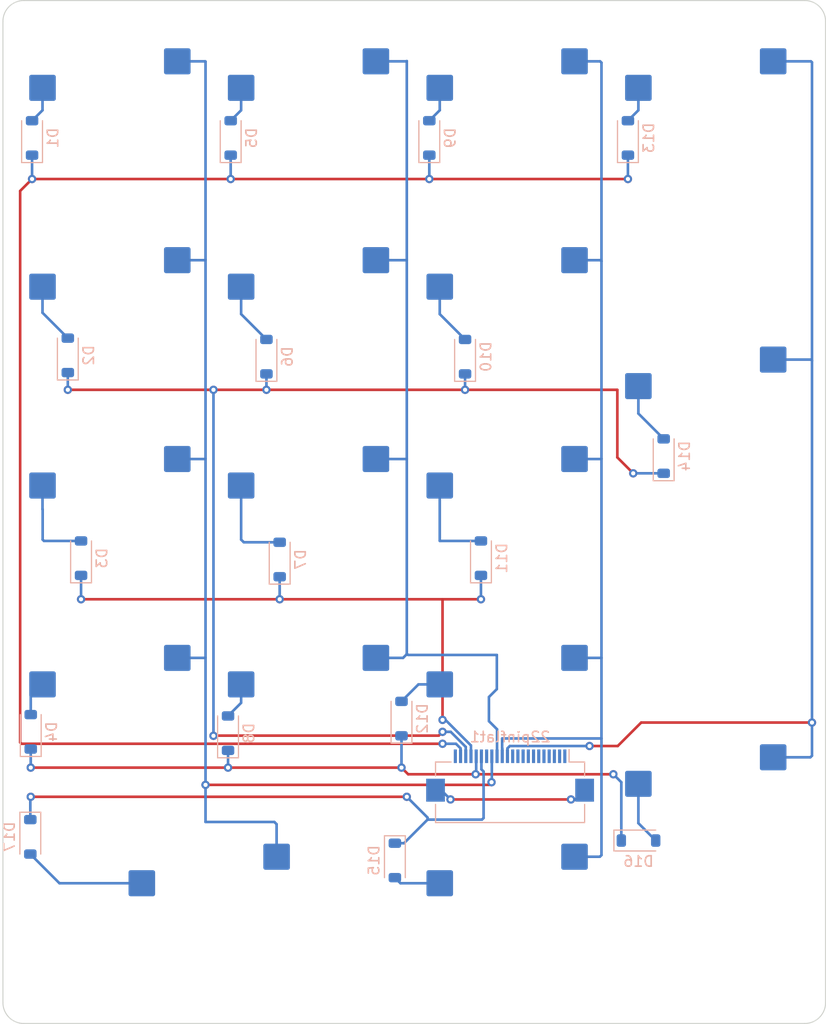
<source format=kicad_pcb>
(kicad_pcb (version 20221018) (generator pcbnew)
  (layers (0 "F.Cu" signal) (31 "B.Cu" signal) (34 "B.Paste" user) (35 "F.Paste" user) (36 "B.SilkS" user "B.Silkscreen") (37 "F.SilkS" user "F.Silkscreen") (38 "B.Mask" user) (39 "F.Mask" user) (44 "Edge.Cuts" user))
  (net 0 "")
  (net 6 "Row0")
  (net 7 "Row1")
  (net 8 "Row2")
  (net 9 "Row3")
  (net 10 "Row4")
  (net 14 "Col0")
  (net 15 "Col1")
  (net 16 "Col2")
  (net 17 "Col3")
  (net 23 "unconnected-(22pinflat1-PadMP)")
  (net 24 "Net-(D1-A)")
  (net 25 "Net-(D2-A)")
  (net 26 "Net-(D3-A)")
  (net 27 "Net-(D4-A)")
  (net 28 "Net-(D5-A)")
  (net 29 "Net-(D6-A)")
  (net 30 "Net-(D7-A)")
  (net 31 "Net-(D8-A)")
  (net 32 "Net-(D9-A)")
  (net 33 "Net-(D10-A)")
  (net 34 "Net-(D11-A)")
  (net 35 "Net-(D12-A)")
  (net 36 "Net-(D13-A)")
  (net 37 "Net-(D14-A)")
  (net 38 "Net-(D15-A)")
  (net 39 "Net-(D16-A)")
  (net 40 "Net-(D17-A)")
  (footprint "button_pcb_footprints:MX-Hotswap-1U" (layer "F.Cu") (at 125.308 114.454)
    (fp_text reference "MX6")
    (fp_text value "~")
    (pad "" np_thru_hole circle (at -5.08 0 48.099) (size 1.7018 1.7018) (drill 1.7018) (layers "F&B.Cu" "*.Mask"))
    (pad "" np_thru_hole circle (at -3.81 -2.54) (size 3 3) (drill 3) (layers "F&B.Cu" "*.Mask"))
    (pad "" np_thru_hole circle (at 0 0) (size 3.9878 3.9878) (drill 3.9878) (layers "F&B.Cu" "*.Mask"))
    (pad "" np_thru_hole circle (at 2.54 -5.08) (size 3 3) (drill 3) (layers "F&B.Cu" "*.Mask"))
    (pad "" np_thru_hole circle (at 5.08 0 48.099) (size 1.7018 1.7018) (drill 1.7018) (layers "F&B.Cu" "*.Mask"))
    (pad "1" smd roundrect (at -7.085 -2.54) (size 2.55 2.5) (layers "B.Cu" "B.Paste" "B.Mask") (roundrect_rratio 0.08) (net 34 "Net-(D11-A)"))
    (pad "2" smd roundrect (at 5.842 -5.08) (size 2.55 2.5) (layers "B.Cu" "B.Paste" "B.Mask") (roundrect_rratio 0.08) (net 16 "Col2"))
  )
  (footprint "button_pcb_footprints:MX-Hotswap-1U" (layer "F.Cu") (at 87.208 76.354)
    (fp_text reference "MX1")
    (fp_text value "~")
    (pad "" np_thru_hole circle (at -5.08 0 48.099) (size 1.7018 1.7018) (drill 1.7018) (layers "F&B.Cu" "*.Mask"))
    (pad "" np_thru_hole circle (at -3.81 -2.54) (size 3 3) (drill 3) (layers "F&B.Cu" "*.Mask"))
    (pad "" np_thru_hole circle (at 0 0) (size 3.9878 3.9878) (drill 3.9878) (layers "F&B.Cu" "*.Mask"))
    (pad "" np_thru_hole circle (at 2.54 -5.08) (size 3 3) (drill 3) (layers "F&B.Cu" "*.Mask"))
    (pad "" np_thru_hole circle (at 5.08 0 48.099) (size 1.7018 1.7018) (drill 1.7018) (layers "F&B.Cu" "*.Mask"))
    (pad "1" smd roundrect (at -7.085 -2.54) (size 2.55 2.5) (layers "B.Cu" "B.Paste" "B.Mask") (roundrect_rratio 0.08) (net 24 "Net-(D1-A)"))
    (pad "2" smd roundrect (at 5.842 -5.08) (size 2.55 2.5) (layers "B.Cu" "B.Paste" "B.Mask") (roundrect_rratio 0.08) (net 14 "Col0"))
  )
  (footprint "button_pcb_footprints:MX-Hotswap-1U" (layer "F.Cu") (at 125.308 76.354)
    (fp_text reference "MX3")
    (fp_text value "~")
    (pad "" np_thru_hole circle (at -5.08 0 48.099) (size 1.7018 1.7018) (drill 1.7018) (layers "F&B.Cu" "*.Mask"))
    (pad "" np_thru_hole circle (at -3.81 -2.54) (size 3 3) (drill 3) (layers "F&B.Cu" "*.Mask"))
    (pad "" np_thru_hole circle (at 0 0) (size 3.9878 3.9878) (drill 3.9878) (layers "F&B.Cu" "*.Mask"))
    (pad "" np_thru_hole circle (at 2.54 -5.08) (size 3 3) (drill 3) (layers "F&B.Cu" "*.Mask"))
    (pad "" np_thru_hole circle (at 5.08 0 48.099) (size 1.7018 1.7018) (drill 1.7018) (layers "F&B.Cu" "*.Mask"))
    (pad "1" smd roundrect (at -7.085 -2.54) (size 2.55 2.5) (layers "B.Cu" "B.Paste" "B.Mask") (roundrect_rratio 0.08) (net 32 "Net-(D9-A)"))
    (pad "2" smd roundrect (at 5.842 -5.08) (size 2.55 2.5) (layers "B.Cu" "B.Paste" "B.Mask") (roundrect_rratio 0.08) (net 16 "Col2"))
  )
  (footprint "button_pcb_footprints:MX-Hotswap-1U" (layer "F.Cu") (at 106.258 95.404)
    (fp_text reference "MX10")
    (fp_text value "~")
    (pad "" np_thru_hole circle (at -5.08 0 48.099) (size 1.7018 1.7018) (drill 1.7018) (layers "F&B.Cu" "*.Mask"))
    (pad "" np_thru_hole circle (at -3.81 -2.54) (size 3 3) (drill 3) (layers "F&B.Cu" "*.Mask"))
    (pad "" np_thru_hole circle (at 0 0) (size 3.9878 3.9878) (drill 3.9878) (layers "F&B.Cu" "*.Mask"))
    (pad "" np_thru_hole circle (at 2.54 -5.08) (size 3 3) (drill 3) (layers "F&B.Cu" "*.Mask"))
    (pad "" np_thru_hole circle (at 5.08 0 48.099) (size 1.7018 1.7018) (drill 1.7018) (layers "F&B.Cu" "*.Mask"))
    (pad "1" smd roundrect (at -7.085 -2.54) (size 2.55 2.5) (layers "B.Cu" "B.Paste" "B.Mask") (roundrect_rratio 0.08) (net 29 "Net-(D6-A)"))
    (pad "2" smd roundrect (at 5.842 -5.08) (size 2.55 2.5) (layers "B.Cu" "B.Paste" "B.Mask") (roundrect_rratio 0.08) (net 15 "Col1"))
  )
  (footprint "button_pcb_footprints:MX-Hotswap-1U" (layer "F.Cu") (at 106.258 114.454)
    (fp_text reference "MX11")
    (fp_text value "~")
    (pad "" np_thru_hole circle (at -5.08 0 48.099) (size 1.7018 1.7018) (drill 1.7018) (layers "F&B.Cu" "*.Mask"))
    (pad "" np_thru_hole circle (at -3.81 -2.54) (size 3 3) (drill 3) (layers "F&B.Cu" "*.Mask"))
    (pad "" np_thru_hole circle (at 0 0) (size 3.9878 3.9878) (drill 3.9878) (layers "F&B.Cu" "*.Mask"))
    (pad "" np_thru_hole circle (at 2.54 -5.08) (size 3 3) (drill 3) (layers "F&B.Cu" "*.Mask"))
    (pad "" np_thru_hole circle (at 5.08 0 48.099) (size 1.7018 1.7018) (drill 1.7018) (layers "F&B.Cu" "*.Mask"))
    (pad "1" smd roundrect (at -7.085 -2.54) (size 2.55 2.5) (layers "B.Cu" "B.Paste" "B.Mask") (roundrect_rratio 0.08) (net 30 "Net-(D7-A)"))
    (pad "2" smd roundrect (at 5.842 -5.08) (size 2.55 2.5) (layers "B.Cu" "B.Paste" "B.Mask") (roundrect_rratio 0.08) (net 15 "Col1"))
  )
  (footprint "button_pcb_footprints:MX-Hotswap-1U" (layer "F.Cu") (at 87.208 95.404)
    (fp_text reference "MX9")
    (fp_text value "~")
    (pad "" np_thru_hole circle (at -5.08 0 48.099) (size 1.7018 1.7018) (drill 1.7018) (layers "F&B.Cu" "*.Mask"))
    (pad "" np_thru_hole circle (at -3.81 -2.54) (size 3 3) (drill 3) (layers "F&B.Cu" "*.Mask"))
    (pad "" np_thru_hole circle (at 0 0) (size 3.9878 3.9878) (drill 3.9878) (layers "F&B.Cu" "*.Mask"))
    (pad "" np_thru_hole circle (at 2.54 -5.08) (size 3 3) (drill 3) (layers "F&B.Cu" "*.Mask"))
    (pad "" np_thru_hole circle (at 5.08 0 48.099) (size 1.7018 1.7018) (drill 1.7018) (layers "F&B.Cu" "*.Mask"))
    (pad "1" smd roundrect (at -7.085 -2.54) (size 2.55 2.5) (layers "B.Cu" "B.Paste" "B.Mask") (roundrect_rratio 0.08) (net 25 "Net-(D2-A)"))
    (pad "2" smd roundrect (at 5.842 -5.08) (size 2.55 2.5) (layers "B.Cu" "B.Paste" "B.Mask") (roundrect_rratio 0.08) (net 14 "Col0"))
  )
  (footprint "button_pcb_footprints:MX-Hotswap-1U" (layer "F.Cu") (at 125.308 152.554)
    (fp_text reference "MX4")
    (fp_text value "~")
    (pad "" np_thru_hole circle (at -5.08 0 48.099) (size 1.7018 1.7018) (drill 1.7018) (layers "F&B.Cu" "*.Mask"))
    (pad "" np_thru_hole circle (at -3.81 -2.54) (size 3 3) (drill 3) (layers "F&B.Cu" "*.Mask"))
    (pad "" np_thru_hole circle (at 0 0) (size 3.9878 3.9878) (drill 3.9878) (layers "F&B.Cu" "*.Mask"))
    (pad "" np_thru_hole circle (at 2.54 -5.08) (size 3 3) (drill 3) (layers "F&B.Cu" "*.Mask"))
    (pad "" np_thru_hole circle (at 5.08 0 48.099) (size 1.7018 1.7018) (drill 1.7018) (layers "F&B.Cu" "*.Mask"))
    (pad "1" smd roundrect (at -7.085 -2.54) (size 2.55 2.5) (layers "B.Cu" "B.Paste" "B.Mask") (roundrect_rratio 0.08) (net 38 "Net-(D15-A)"))
    (pad "2" smd roundrect (at 5.842 -5.08) (size 2.55 2.5) (layers "B.Cu" "B.Paste" "B.Mask") (roundrect_rratio 0.08) (net 16 "Col2"))
  )
  (footprint "button_pcb_footprints:MX-Hotswap-2U-ReversedStabilizers" (layer "F.Cu") (at 96.733 152.554)
    (fp_text reference "MX15")
    (fp_text value "~")
    (pad "" np_thru_hole circle (at -11.938 -8.255) (size 3.9878 3.9878) (drill 3.9878) (layers "F&B.Cu" "*.Mask"))
    (pad "" np_thru_hole circle (at -11.938 6.985) (size 3.048 3.048) (drill 3.048) (layers "F&B.Cu" "*.Mask"))
    (pad "" np_thru_hole circle (at -5.08 0 48.099) (size 1.7018 1.7018) (drill 1.7018) (layers "F&B.Cu" "*.Mask"))
    (pad "" np_thru_hole circle (at -3.81 -2.54) (size 3 3) (drill 3) (layers "F&B.Cu" "*.Mask"))
    (pad "" np_thru_hole circle (at 0 0) (size 3.9878 3.9878) (drill 3.9878) (layers "F&B.Cu" "*.Mask"))
    (pad "" np_thru_hole circle (at 2.54 -5.08) (size 3 3) (drill 3) (layers "F&B.Cu" "*.Mask"))
    (pad "" np_thru_hole circle (at 5.08 0 48.099) (size 1.7018 1.7018) (drill 1.7018) (layers "F&B.Cu" "*.Mask"))
    (pad "" np_thru_hole circle (at 11.938 -8.255) (size 3.9878 3.9878) (drill 3.9878) (layers "F&B.Cu" "*.Mask"))
    (pad "" np_thru_hole circle (at 11.938 6.985) (size 3.048 3.048) (drill 3.048) (layers "F&B.Cu" "*.Mask"))
    (pad "1" smd roundrect (at -7.085 -2.54) (size 2.55 2.5) (layers "B.Cu" "B.Paste" "B.Mask") (roundrect_rratio 0.08) (net 40 "Net-(D17-A)"))
    (pad "2" smd roundrect (at 5.842 -5.08) (size 2.55 2.5) (layers "B.Cu" "B.Paste" "B.Mask") (roundrect_rratio 0.08) (net 14 "Col0"))
  )
  (footprint "button_pcb_footprints:MX-Hotswap-1U" (layer "F.Cu") (at 87.208 133.504)
    (fp_text reference "MX13")
    (fp_text value "~")
    (pad "" np_thru_hole circle (at -5.08 0 48.099) (size 1.7018 1.7018) (drill 1.7018) (layers "F&B.Cu" "*.Mask"))
    (pad "" np_thru_hole circle (at -3.81 -2.54) (size 3 3) (drill 3) (layers "F&B.Cu" "*.Mask"))
    (pad "" np_thru_hole circle (at 0 0) (size 3.9878 3.9878) (drill 3.9878) (layers "F&B.Cu" "*.Mask"))
    (pad "" np_thru_hole circle (at 2.54 -5.08) (size 3 3) (drill 3) (layers "F&B.Cu" "*.Mask"))
    (pad "" np_thru_hole circle (at 5.08 0 48.099) (size 1.7018 1.7018) (drill 1.7018) (layers "F&B.Cu" "*.Mask"))
    (pad "1" smd roundrect (at -7.085 -2.54) (size 2.55 2.5) (layers "B.Cu" "B.Paste" "B.Mask") (roundrect_rratio 0.08) (net 27 "Net-(D4-A)"))
    (pad "2" smd roundrect (at 5.842 -5.08) (size 2.55 2.5) (layers "B.Cu" "B.Paste" "B.Mask") (roundrect_rratio 0.08) (net 14 "Col0"))
  )
  (footprint "button_pcb_footprints:MX-Hotswap-1U" (layer "F.Cu") (at 125.308 95.404)
    (fp_text reference "MX7")
    (fp_text value "~")
    (pad "" np_thru_hole circle (at -5.08 0 48.099) (size 1.7018 1.7018) (drill 1.7018) (layers "F&B.Cu" "*.Mask"))
    (pad "" np_thru_hole circle (at -3.81 -2.54) (size 3 3) (drill 3) (layers "F&B.Cu" "*.Mask"))
    (pad "" np_thru_hole circle (at 0 0) (size 3.9878 3.9878) (drill 3.9878) (layers "F&B.Cu" "*.Mask"))
    (pad "" np_thru_hole circle (at 2.54 -5.08) (size 3 3) (drill 3) (layers "F&B.Cu" "*.Mask"))
    (pad "" np_thru_hole circle (at 5.08 0 48.099) (size 1.7018 1.7018) (drill 1.7018) (layers "F&B.Cu" "*.Mask"))
    (pad "1" smd roundrect (at -7.085 -2.54) (size 2.55 2.5) (layers "B.Cu" "B.Paste" "B.Mask") (roundrect_rratio 0.08) (net 33 "Net-(D10-A)"))
    (pad "2" smd roundrect (at 5.842 -5.08) (size 2.55 2.5) (layers "B.Cu" "B.Paste" "B.Mask") (roundrect_rratio 0.08) (net 16 "Col2"))
  )
  (footprint "button_pcb_footprints:MX-Hotswap-1U" (layer "F.Cu") (at 106.258 76.354)
    (fp_text reference "MX2")
    (fp_text value "~")
    (pad "" np_thru_hole circle (at -5.08 0 48.099) (size 1.7018 1.7018) (drill 1.7018) (layers "F&B.Cu" "*.Mask"))
    (pad "" np_thru_hole circle (at -3.81 -2.54) (size 3 3) (drill 3) (layers "F&B.Cu" "*.Mask"))
    (pad "" np_thru_hole circle (at 0 0) (size 3.9878 3.9878) (drill 3.9878) (layers "F&B.Cu" "*.Mask"))
    (pad "" np_thru_hole circle (at 2.54 -5.08) (size 3 3) (drill 3) (layers "F&B.Cu" "*.Mask"))
    (pad "" np_thru_hole circle (at 5.08 0 48.099) (size 1.7018 1.7018) (drill 1.7018) (layers "F&B.Cu" "*.Mask"))
    (pad "1" smd roundrect (at -7.085 -2.54) (size 2.55 2.5) (layers "B.Cu" "B.Paste" "B.Mask") (roundrect_rratio 0.08) (net 28 "Net-(D5-A)"))
    (pad "2" smd roundrect (at 5.842 -5.08) (size 2.55 2.5) (layers "B.Cu" "B.Paste" "B.Mask") (roundrect_rratio 0.08) (net 15 "Col1"))
  )
  (footprint "button_pcb_footprints:MX-Hotswap-1U" (layer "F.Cu") (at 106.258 133.504)
    (fp_text reference "MX14")
    (fp_text value "~")
    (pad "" np_thru_hole circle (at -5.08 0 48.099) (size 1.7018 1.7018) (drill 1.7018) (layers "F&B.Cu" "*.Mask"))
    (pad "" np_thru_hole circle (at -3.81 -2.54) (size 3 3) (drill 3) (layers "F&B.Cu" "*.Mask"))
    (pad "" np_thru_hole circle (at 0 0) (size 3.9878 3.9878) (drill 3.9878) (layers "F&B.Cu" "*.Mask"))
    (pad "" np_thru_hole circle (at 2.54 -5.08) (size 3 3) (drill 3) (layers "F&B.Cu" "*.Mask"))
    (pad "" np_thru_hole circle (at 5.08 0 48.099) (size 1.7018 1.7018) (drill 1.7018) (layers "F&B.Cu" "*.Mask"))
    (pad "1" smd roundrect (at -7.085 -2.54) (size 2.55 2.5) (layers "B.Cu" "B.Paste" "B.Mask") (roundrect_rratio 0.08) (net 31 "Net-(D8-A)"))
    (pad "2" smd roundrect (at 5.842 -5.08) (size 2.55 2.5) (layers "B.Cu" "B.Paste" "B.Mask") (roundrect_rratio 0.08) (net 15 "Col1"))
  )
  (footprint "button_pcb_footprints:MX-Hotswap-2U-Vertical" (layer "F.Cu") (at 144.358 104.929)
    (fp_text reference "MX17")
    (fp_text value "~")
    (pad "" np_thru_hole circle (at -8.255 -11.938) (size 3.9878 3.9878) (drill 3.9878) (layers "F&B.Cu" "*.Mask"))
    (pad "" np_thru_hole circle (at -8.255 11.938) (size 3.9878 3.9878) (drill 3.9878) (layers "F&B.Cu" "*.Mask"))
    (pad "" np_thru_hole circle (at -5.08 0 48.099) (size 1.7018 1.7018) (drill 1.7018) (layers "F&B.Cu" "*.Mask"))
    (pad "" np_thru_hole circle (at -3.81 -2.54) (size 3 3) (drill 3) (layers "F&B.Cu" "*.Mask"))
    (pad "" np_thru_hole circle (at 0 0) (size 3.9878 3.9878) (drill 3.9878) (layers "F&B.Cu" "*.Mask"))
    (pad "" np_thru_hole circle (at 2.54 -5.08) (size 3 3) (drill 3) (layers "F&B.Cu" "*.Mask"))
    (pad "" np_thru_hole circle (at 5.08 0 48.099) (size 1.7018 1.7018) (drill 1.7018) (layers "F&B.Cu" "*.Mask"))
    (pad "" np_thru_hole circle (at 6.985 -11.938) (size 3.048 3.048) (drill 3.048) (layers "F&B.Cu" "*.Mask"))
    (pad "" np_thru_hole circle (at 6.985 11.938) (size 3.048 3.048) (drill 3.048) (layers "F&B.Cu" "*.Mask"))
    (pad "1" smd roundrect (at -7.085 -2.54) (size 2.55 2.5) (layers "B.Cu" "B.Paste" "B.Mask") (roundrect_rratio 0.08) (net 37 "Net-(D14-A)"))
    (pad "2" smd roundrect (at 5.842 -5.08) (size 2.55 2.5) (layers "B.Cu" "B.Paste" "B.Mask") (roundrect_rratio 0.08) (net 17 "Col3"))
  )
  (footprint "button_pcb_footprints:MX-Hotswap-1U" (layer "F.Cu") (at 125.308 133.504)
    (fp_text reference "MX5")
    (fp_text value "~")
    (pad "" np_thru_hole circle (at -5.08 0 48.099) (size 1.7018 1.7018) (drill 1.7018) (layers "F&B.Cu" "*.Mask"))
    (pad "" np_thru_hole circle (at -3.81 -2.54) (size 3 3) (drill 3) (layers "F&B.Cu" "*.Mask"))
    (pad "" np_thru_hole circle (at 0 0) (size 3.9878 3.9878) (drill 3.9878) (layers "F&B.Cu" "*.Mask"))
    (pad "" np_thru_hole circle (at 2.54 -5.08) (size 3 3) (drill 3) (layers "F&B.Cu" "*.Mask"))
    (pad "" np_thru_hole circle (at 5.08 0 48.099) (size 1.7018 1.7018) (drill 1.7018) (layers "F&B.Cu" "*.Mask"))
    (pad "1" smd roundrect (at -7.085 -2.54) (size 2.55 2.5) (layers "B.Cu" "B.Paste" "B.Mask") (roundrect_rratio 0.08) (net 35 "Net-(D12-A)"))
    (pad "2" smd roundrect (at 5.842 -5.08) (size 2.55 2.5) (layers "B.Cu" "B.Paste" "B.Mask") (roundrect_rratio 0.08) (net 16 "Col2"))
  )
  (footprint "button_pcb_footprints:MX-Hotswap-1U" (layer "F.Cu") (at 144.358 76.354)
    (fp_text reference "MX8")
    (fp_text value "~")
    (pad "" np_thru_hole circle (at -5.08 0 48.099) (size 1.7018 1.7018) (drill 1.7018) (layers "F&B.Cu" "*.Mask"))
    (pad "" np_thru_hole circle (at -3.81 -2.54) (size 3 3) (drill 3) (layers "F&B.Cu" "*.Mask"))
    (pad "" np_thru_hole circle (at 0 0) (size 3.9878 3.9878) (drill 3.9878) (layers "F&B.Cu" "*.Mask"))
    (pad "" np_thru_hole circle (at 2.54 -5.08) (size 3 3) (drill 3) (layers "F&B.Cu" "*.Mask"))
    (pad "" np_thru_hole circle (at 5.08 0 48.099) (size 1.7018 1.7018) (drill 1.7018) (layers "F&B.Cu" "*.Mask"))
    (pad "1" smd roundrect (at -7.085 -2.54) (size 2.55 2.5) (layers "B.Cu" "B.Paste" "B.Mask") (roundrect_rratio 0.08) (net 36 "Net-(D13-A)"))
    (pad "2" smd roundrect (at 5.842 -5.08) (size 2.55 2.5) (layers "B.Cu" "B.Paste" "B.Mask") (roundrect_rratio 0.08) (net 17 "Col3"))
  )
  (footprint "button_pcb_footprints:MX-Hotswap-2U-Vertical" (layer "F.Cu") (at 144.358 143.029)
    (fp_text reference "MX16")
    (fp_text value "~")
    (pad "" np_thru_hole circle (at -8.255 -11.938) (size 3.9878 3.9878) (drill 3.9878) (layers "F&B.Cu" "*.Mask"))
    (pad "" np_thru_hole circle (at -8.255 11.938) (size 3.9878 3.9878) (drill 3.9878) (layers "F&B.Cu" "*.Mask"))
    (pad "" np_thru_hole circle (at -5.08 0 48.099) (size 1.7018 1.7018) (drill 1.7018) (layers "F&B.Cu" "*.Mask"))
    (pad "" np_thru_hole circle (at -3.81 -2.54) (size 3 3) (drill 3) (layers "F&B.Cu" "*.Mask"))
    (pad "" np_thru_hole circle (at 0 0) (size 3.9878 3.9878) (drill 3.9878) (layers "F&B.Cu" "*.Mask"))
    (pad "" np_thru_hole circle (at 2.54 -5.08) (size 3 3) (drill 3) (layers "F&B.Cu" "*.Mask"))
    (pad "" np_thru_hole circle (at 5.08 0 48.099) (size 1.7018 1.7018) (drill 1.7018) (layers "F&B.Cu" "*.Mask"))
    (pad "" np_thru_hole circle (at 6.985 -11.938) (size 3.048 3.048) (drill 3.048) (layers "F&B.Cu" "*.Mask"))
    (pad "" np_thru_hole circle (at 6.985 11.938) (size 3.048 3.048) (drill 3.048) (layers "F&B.Cu" "*.Mask"))
    (pad "1" smd roundrect (at -7.085 -2.54) (size 2.55 2.5) (layers "B.Cu" "B.Paste" "B.Mask") (roundrect_rratio 0.08) (net 39 "Net-(D16-A)"))
    (pad "2" smd roundrect (at 5.842 -5.08) (size 2.55 2.5) (layers "B.Cu" "B.Paste" "B.Mask") (roundrect_rratio 0.08) (net 17 "Col3"))
  )
  (footprint "button_pcb_footprints:MX-Hotswap-1U" (layer "F.Cu") (at 87.208 114.454)
    (fp_text reference "MX12")
    (fp_text value "~")
    (pad "" np_thru_hole circle (at -5.08 0 48.099) (size 1.7018 1.7018) (drill 1.7018) (layers "F&B.Cu" "*.Mask"))
    (pad "" np_thru_hole circle (at -3.81 -2.54) (size 3 3) (drill 3) (layers "F&B.Cu" "*.Mask"))
    (pad "" np_thru_hole circle (at 0 0) (size 3.9878 3.9878) (drill 3.9878) (layers "F&B.Cu" "*.Mask"))
    (pad "" np_thru_hole circle (at 2.54 -5.08) (size 3 3) (drill 3) (layers "F&B.Cu" "*.Mask"))
    (pad "" np_thru_hole circle (at 5.08 0 48.099) (size 1.7018 1.7018) (drill 1.7018) (layers "F&B.Cu" "*.Mask"))
    (pad "1" smd roundrect (at -7.085 -2.54) (size 2.55 2.5) (layers "B.Cu" "B.Paste" "B.Mask") (roundrect_rratio 0.08) (net 26 "Net-(D3-A)"))
    (pad "2" smd roundrect (at 5.842 -5.08) (size 2.55 2.5) (layers "B.Cu" "B.Paste" "B.Mask") (roundrect_rratio 0.08) (net 14 "Col0"))
  )
  (footprint "button_pcb_footprints:D_SOD-123" (layer "B.Cu") (at 122.174 118.872 90)
    (fp_text reference "D11" (at 0 2 90) (layer "B.SilkS") (effects (justify mirror)))
    (fp_text value "D_Small")
    (fp_line (start -2.36 -1) (end 1.65 -1) (stroke (width 0.12)) (layer "B.SilkS"))
    (fp_line (start -2.36 1) (end -2.36 -1) (stroke (width 0.12)) (layer "B.SilkS"))
    (fp_line (start -2.36 1) (end 1.65 1) (stroke (width 0.12)) (layer "B.SilkS"))
    (pad "1" smd roundrect (at -1.65 0 270) (size 0.9 1.2) (layers "B.Cu" "B.Paste" "B.Mask") (net 8 "Row2"))
    (pad "2" smd roundrect (at 1.65 0 270) (size 0.9 1.2) (layers "B.Cu" "B.Paste" "B.Mask") (net 34 "Net-(D11-A)"))
  )
  (footprint "button_pcb_footprints:D_SOD-123" (layer "B.Cu") (at 82.55 99.441 90)
    (fp_text reference "D2" (at 0 2 90) (layer "B.SilkS") (effects (justify mirror)))
    (fp_text value "D_Small")
    (fp_line (start -2.36 -1) (end 1.65 -1) (stroke (width 0.12)) (layer "B.SilkS"))
    (fp_line (start -2.36 1) (end -2.36 -1) (stroke (width 0.12)) (layer "B.SilkS"))
    (fp_line (start -2.36 1) (end 1.65 1) (stroke (width 0.12)) (layer "B.SilkS"))
    (pad "1" smd roundrect (at -1.65 0 270) (size 0.9 1.2) (layers "B.Cu" "B.Paste" "B.Mask") (net 7 "Row1"))
    (pad "2" smd roundrect (at 1.65 0 270) (size 0.9 1.2) (layers "B.Cu" "B.Paste" "B.Mask") (net 25 "Net-(D2-A)"))
  )
  (footprint "button_pcb_footprints:D_SOD-123" (layer "B.Cu") (at 78.953 145.568 -90)
    (fp_text reference "D17" (at 0 2 90) (layer "B.SilkS") (effects (justify mirror)))
    (fp_text value "D_Small")
    (fp_line (start -2.36 -1) (end 1.65 -1) (stroke (width 0.12)) (layer "B.SilkS"))
    (fp_line (start -2.36 1) (end -2.36 -1) (stroke (width 0.12)) (layer "B.SilkS"))
    (fp_line (start -2.36 1) (end 1.65 1) (stroke (width 0.12)) (layer "B.SilkS"))
    (pad "1" smd roundrect (at -1.65 0 90) (size 0.9 1.2) (layers "B.Cu" "B.Paste" "B.Mask") (net 10 "Row4"))
    (pad "2" smd roundrect (at 1.65 0 90) (size 0.9 1.2) (layers "B.Cu" "B.Paste" "B.Mask") (net 40 "Net-(D17-A)"))
  )
  (footprint "button_pcb_footprints:D_SOD-123" (layer "B.Cu") (at 78.994 135.509 90)
    (fp_text reference "D4" (at 0 2 90) (layer "B.SilkS") (effects (justify mirror)))
    (fp_text value "D_Small")
    (fp_line (start -2.36 -1) (end 1.65 -1) (stroke (width 0.12)) (layer "B.SilkS"))
    (fp_line (start -2.36 1) (end -2.36 -1) (stroke (width 0.12)) (layer "B.SilkS"))
    (fp_line (start -2.36 1) (end 1.65 1) (stroke (width 0.12)) (layer "B.SilkS"))
    (pad "1" smd roundrect (at -1.65 0 270) (size 0.9 1.2) (layers "B.Cu" "B.Paste" "B.Mask") (net 9 "Row3"))
    (pad "2" smd roundrect (at 1.65 0 270) (size 0.9 1.2) (layers "B.Cu" "B.Paste" "B.Mask") (net 27 "Net-(D4-A)"))
  )
  (footprint "button_pcb_footprints:Hirose_FH12-22S-0.5SH_1x22-1MP_P0.50mm_Horizontal" (layer "B.Cu") (at 124.968 139.7 180)
    (fp_text reference "22pinflat1" (at 0 3.7) (layer "B.SilkS") (effects (justify mirror)))
    (fp_text value "~")
    (fp_line (start -7.15 -4.5) (end 7.15 -4.5) (stroke (width 0.12)) (layer "B.SilkS"))
    (fp_line (start -7.15 -2.76) (end -7.15 -4.5) (stroke (width 0.12)) (layer "B.SilkS"))
    (fp_line (start -7.15 1.3) (end -7.15 -0.04) (stroke (width 0.12)) (layer "B.SilkS"))
    (fp_line (start -5.66 1.3) (end -7.15 1.3) (stroke (width 0.12)) (layer "B.SilkS"))
    (fp_line (start -5.66 1.3) (end -5.66 2.5) (stroke (width 0.12)) (layer "B.SilkS"))
    (fp_line (start 5.66 1.3) (end 7.15 1.3) (stroke (width 0.12)) (layer "B.SilkS"))
    (fp_line (start 7.15 -4.5) (end 7.15 -2.76) (stroke (width 0.12)) (layer "B.SilkS"))
    (fp_line (start 7.15 1.3) (end 7.15 -0.04) (stroke (width 0.12)) (layer "B.SilkS"))
    (pad "1" smd rect (at -5.25 1.85 180) (size 0.3 1.3) (layers "B.Cu" "B.Paste" "B.Mask"))
    (pad "2" smd rect (at -4.75 1.85 180) (size 0.3 1.3) (layers "B.Cu" "B.Paste" "B.Mask"))
    (pad "3" smd rect (at -4.25 1.85 180) (size 0.3 1.3) (layers "B.Cu" "B.Paste" "B.Mask"))
    (pad "4" smd rect (at -3.75 1.85 180) (size 0.3 1.3) (layers "B.Cu" "B.Paste" "B.Mask"))
    (pad "5" smd rect (at -3.25 1.85 180) (size 0.3 1.3) (layers "B.Cu" "B.Paste" "B.Mask"))
    (pad "6" smd rect (at -2.75 1.85 180) (size 0.3 1.3) (layers "B.Cu" "B.Paste" "B.Mask"))
    (pad "7" smd rect (at -2.25 1.85 180) (size 0.3 1.3) (layers "B.Cu" "B.Paste" "B.Mask"))
    (pad "8" smd rect (at -1.75 1.85 180) (size 0.3 1.3) (layers "B.Cu" "B.Paste" "B.Mask"))
    (pad "9" smd rect (at -1.25 1.85 180) (size 0.3 1.3) (layers "B.Cu" "B.Paste" "B.Mask"))
    (pad "10" smd rect (at -0.75 1.85 180) (size 0.3 1.3) (layers "B.Cu" "B.Paste" "B.Mask"))
    (pad "11" smd rect (at -0.25 1.85 180) (size 0.3 1.3) (layers "B.Cu" "B.Paste" "B.Mask"))
    (pad "12" smd rect (at 0.25 1.85 180) (size 0.3 1.3) (layers "B.Cu" "B.Paste" "B.Mask") (net 17 "Col3"))
    (pad "13" smd rect (at 0.75 1.85 180) (size 0.3 1.3) (layers "B.Cu" "B.Paste" "B.Mask") (net 16 "Col2"))
    (pad "14" smd rect (at 1.25 1.85 180) (size 0.3 1.3) (layers "B.Cu" "B.Paste" "B.Mask") (net 15 "Col1"))
    (pad "15" smd rect (at 1.75 1.85 180) (size 0.3 1.3) (layers "B.Cu" "B.Paste" "B.Mask") (net 14 "Col0"))
    (pad "16" smd rect (at 2.25 1.85 180) (size 0.3 1.3) (layers "B.Cu" "B.Paste" "B.Mask"))
    (pad "17" smd rect (at 2.75 1.85 180) (size 0.3 1.3) (layers "B.Cu" "B.Paste" "B.Mask") (net 10 "Row4"))
    (pad "18" smd rect (at 3.25 1.85 180) (size 0.3 1.3) (layers "B.Cu" "B.Paste" "B.Mask") (net 9 "Row3"))
    (pad "19" smd rect (at 3.75 1.85 180) (size 0.3 1.3) (layers "B.Cu" "B.Paste" "B.Mask") (net 8 "Row2"))
    (pad "20" smd rect (at 4.25 1.85 180) (size 0.3 1.3) (layers "B.Cu" "B.Paste" "B.Mask") (net 7 "Row1"))
    (pad "21" smd rect (at 4.75 1.85 180) (size 0.3 1.3) (layers "B.Cu" "B.Paste" "B.Mask") (net 6 "Row0"))
    (pad "22" smd rect (at 5.25 1.85 180) (size 0.3 1.3) (layers "B.Cu" "B.Paste" "B.Mask"))
    (pad "MP" smd rect (at -7.15 -1.4 180) (size 1.8 2.2) (layers "B.Cu" "B.Paste" "B.Mask") (net 23 "unconnected-(22pinflat1-PadMP)"))
    (pad "MP" smd rect (at 7.15 -1.4 180) (size 1.8 2.2) (layers "B.Cu" "B.Paste" "B.Mask") (net 23 "unconnected-(22pinflat1-PadMP)"))
  )
  (footprint "button_pcb_footprints:D_SOD-123" (layer "B.Cu") (at 114.554 134.239 90)
    (fp_text reference "D12" (at 0 2 90) (layer "B.SilkS") (effects (justify mirror)))
    (fp_text value "D_Small")
    (fp_line (start -2.36 -1) (end 1.65 -1) (stroke (width 0.12)) (layer "B.SilkS"))
    (fp_line (start -2.36 1) (end -2.36 -1) (stroke (width 0.12)) (layer "B.SilkS"))
    (fp_line (start -2.36 1) (end 1.65 1) (stroke (width 0.12)) (layer "B.SilkS"))
    (pad "1" smd roundrect (at -1.65 0 270) (size 0.9 1.2) (layers "B.Cu" "B.Paste" "B.Mask") (net 9 "Row3"))
    (pad "2" smd roundrect (at 1.65 0 270) (size 0.9 1.2) (layers "B.Cu" "B.Paste" "B.Mask") (net 35 "Net-(D12-A)"))
  )
  (footprint "button_pcb_footprints:D_SOD-123" (layer "B.Cu") (at 83.82 118.872 90)
    (fp_text reference "D3" (at 0 2 90) (layer "B.SilkS") (effects (justify mirror)))
    (fp_text value "D_Small")
    (fp_line (start -2.36 -1) (end 1.65 -1) (stroke (width 0.12)) (layer "B.SilkS"))
    (fp_line (start -2.36 1) (end -2.36 -1) (stroke (width 0.12)) (layer "B.SilkS"))
    (fp_line (start -2.36 1) (end 1.65 1) (stroke (width 0.12)) (layer "B.SilkS"))
    (pad "1" smd roundrect (at -1.65 0 270) (size 0.9 1.2) (layers "B.Cu" "B.Paste" "B.Mask") (net 8 "Row2"))
    (pad "2" smd roundrect (at 1.65 0 270) (size 0.9 1.2) (layers "B.Cu" "B.Paste" "B.Mask") (net 26 "Net-(D3-A)"))
  )
  (footprint "button_pcb_footprints:D_SOD-123" (layer "B.Cu") (at 98.171 78.613 90)
    (fp_text reference "D5" (at 0 2 90) (layer "B.SilkS") (effects (justify mirror)))
    (fp_text value "D_Small")
    (fp_line (start -2.36 -1) (end 1.65 -1) (stroke (width 0.12)) (layer "B.SilkS"))
    (fp_line (start -2.36 1) (end -2.36 -1) (stroke (width 0.12)) (layer "B.SilkS"))
    (fp_line (start -2.36 1) (end 1.65 1) (stroke (width 0.12)) (layer "B.SilkS"))
    (pad "1" smd roundrect (at -1.65 0 270) (size 0.9 1.2) (layers "B.Cu" "B.Paste" "B.Mask") (net 6 "Row0"))
    (pad "2" smd roundrect (at 1.65 0 270) (size 0.9 1.2) (layers "B.Cu" "B.Paste" "B.Mask") (net 28 "Net-(D5-A)"))
  )
  (footprint "button_pcb_footprints:D_SOD-123" (layer "B.Cu") (at 79.121 78.613 90)
    (fp_text reference "D1" (at 0 2 90) (layer "B.SilkS") (effects (justify mirror)))
    (fp_text value "D_Small")
    (fp_line (start -2.36 -1) (end 1.65 -1) (stroke (width 0.12)) (layer "B.SilkS"))
    (fp_line (start -2.36 1) (end -2.36 -1) (stroke (width 0.12)) (layer "B.SilkS"))
    (fp_line (start -2.36 1) (end 1.65 1) (stroke (width 0.12)) (layer "B.SilkS"))
    (pad "1" smd roundrect (at -1.65 0 270) (size 0.9 1.2) (layers "B.Cu" "B.Paste" "B.Mask") (net 6 "Row0"))
    (pad "2" smd roundrect (at 1.65 0 270) (size 0.9 1.2) (layers "B.Cu" "B.Paste" "B.Mask") (net 24 "Net-(D1-A)"))
  )
  (footprint "button_pcb_footprints:D_SOD-123" (layer "B.Cu") (at 101.6 99.568 90)
    (fp_text reference "D6" (at 0 2 90) (layer "B.SilkS") (effects (justify mirror)))
    (fp_text value "D_Small")
    (fp_line (start -2.36 -1) (end 1.65 -1) (stroke (width 0.12)) (layer "B.SilkS"))
    (fp_line (start -2.36 1) (end -2.36 -1) (stroke (width 0.12)) (layer "B.SilkS"))
    (fp_line (start -2.36 1) (end 1.65 1) (stroke (width 0.12)) (layer "B.SilkS"))
    (pad "1" smd roundrect (at -1.65 0 270) (size 0.9 1.2) (layers "B.Cu" "B.Paste" "B.Mask") (net 7 "Row1"))
    (pad "2" smd roundrect (at 1.65 0 270) (size 0.9 1.2) (layers "B.Cu" "B.Paste" "B.Mask") (net 29 "Net-(D6-A)"))
  )
  (footprint "button_pcb_footprints:D_SOD-123" (layer "B.Cu") (at 137.287 145.923)
    (fp_text reference "D16" (at 0 2) (layer "B.SilkS") (effects (justify mirror)))
    (fp_text value "D_Small")
    (fp_line (start -2.36 -1) (end 1.65 -1) (stroke (width 0.12)) (layer "B.SilkS"))
    (fp_line (start -2.36 1) (end -2.36 -1) (stroke (width 0.12)) (layer "B.SilkS"))
    (fp_line (start -2.36 1) (end 1.65 1) (stroke (width 0.12)) (layer "B.SilkS"))
    (pad "1" smd roundrect (at -1.65 0 180) (size 0.9 1.2) (layers "B.Cu" "B.Paste" "B.Mask") (net 9 "Row3"))
    (pad "2" smd roundrect (at 1.65 0 180) (size 0.9 1.2) (layers "B.Cu" "B.Paste" "B.Mask") (net 39 "Net-(D16-A)"))
  )
  (footprint "button_pcb_footprints:D_SOD-123" (layer "B.Cu") (at 139.7 109.093 90)
    (fp_text reference "D14" (at 0 2 90) (layer "B.SilkS") (effects (justify mirror)))
    (fp_text value "D_Small")
    (fp_line (start -2.36 -1) (end 1.65 -1) (stroke (width 0.12)) (layer "B.SilkS"))
    (fp_line (start -2.36 1) (end -2.36 -1) (stroke (width 0.12)) (layer "B.SilkS"))
    (fp_line (start -2.36 1) (end 1.65 1) (stroke (width 0.12)) (layer "B.SilkS"))
    (pad "1" smd roundrect (at -1.65 0 270) (size 0.9 1.2) (layers "B.Cu" "B.Paste" "B.Mask") (net 7 "Row1"))
    (pad "2" smd roundrect (at 1.65 0 270) (size 0.9 1.2) (layers "B.Cu" "B.Paste" "B.Mask") (net 37 "Net-(D14-A)"))
  )
  (footprint "button_pcb_footprints:D_SOD-123" (layer "B.Cu") (at 120.65 99.569 90)
    (fp_text reference "D10" (at 0 2 90) (layer "B.SilkS") (effects (justify mirror)))
    (fp_text value "D_Small")
    (fp_line (start -2.36 -1) (end 1.65 -1) (stroke (width 0.12)) (layer "B.SilkS"))
    (fp_line (start -2.36 1) (end -2.36 -1) (stroke (width 0.12)) (layer "B.SilkS"))
    (fp_line (start -2.36 1) (end 1.65 1) (stroke (width 0.12)) (layer "B.SilkS"))
    (pad "1" smd roundrect (at -1.65 0 270) (size 0.9 1.2) (layers "B.Cu" "B.Paste" "B.Mask") (net 7 "Row1"))
    (pad "2" smd roundrect (at 1.65 0 270) (size 0.9 1.2) (layers "B.Cu" "B.Paste" "B.Mask") (net 33 "Net-(D10-A)"))
  )
  (footprint "button_pcb_footprints:D_SOD-123" (layer "B.Cu") (at 102.87 118.999 90)
    (fp_text reference "D7" (at 0 2 90) (layer "B.SilkS") (effects (justify mirror)))
    (fp_text value "D_Small")
    (fp_line (start -2.36 -1) (end 1.65 -1) (stroke (width 0.12)) (layer "B.SilkS"))
    (fp_line (start -2.36 1) (end -2.36 -1) (stroke (width 0.12)) (layer "B.SilkS"))
    (fp_line (start -2.36 1) (end 1.65 1) (stroke (width 0.12)) (layer "B.SilkS"))
    (pad "1" smd roundrect (at -1.65 0 270) (size 0.9 1.2) (layers "B.Cu" "B.Paste" "B.Mask") (net 8 "Row2"))
    (pad "2" smd roundrect (at 1.65 0 270) (size 0.9 1.2) (layers "B.Cu" "B.Paste" "B.Mask") (net 30 "Net-(D7-A)"))
  )
  (footprint "button_pcb_footprints:D_SOD-123" (layer "B.Cu") (at 136.271 78.613 90)
    (fp_text reference "D13" (at 0 2 90) (layer "B.SilkS") (effects (justify mirror)))
    (fp_text value "D_Small")
    (fp_line (start -2.36 -1) (end 1.65 -1) (stroke (width 0.12)) (layer "B.SilkS"))
    (fp_line (start -2.36 1) (end -2.36 -1) (stroke (width 0.12)) (layer "B.SilkS"))
    (fp_line (start -2.36 1) (end 1.65 1) (stroke (width 0.12)) (layer "B.SilkS"))
    (pad "1" smd roundrect (at -1.65 0 270) (size 0.9 1.2) (layers "B.Cu" "B.Paste" "B.Mask") (net 6 "Row0"))
    (pad "2" smd roundrect (at 1.65 0 270) (size 0.9 1.2) (layers "B.Cu" "B.Paste" "B.Mask") (net 36 "Net-(D13-A)"))
  )
  (footprint "button_pcb_footprints:D_SOD-123" (layer "B.Cu") (at 97.917 135.637 90)
    (fp_text reference "D8" (at 0 2 90) (layer "B.SilkS") (effects (justify mirror)))
    (fp_text value "D_Small")
    (fp_line (start -2.36 -1) (end 1.65 -1) (stroke (width 0.12)) (layer "B.SilkS"))
    (fp_line (start -2.36 1) (end -2.36 -1) (stroke (width 0.12)) (layer "B.SilkS"))
    (fp_line (start -2.36 1) (end 1.65 1) (stroke (width 0.12)) (layer "B.SilkS"))
    (pad "1" smd roundrect (at -1.65 0 270) (size 0.9 1.2) (layers "B.Cu" "B.Paste" "B.Mask") (net 9 "Row3"))
    (pad "2" smd roundrect (at 1.65 0 270) (size 0.9 1.2) (layers "B.Cu" "B.Paste" "B.Mask") (net 31 "Net-(D8-A)"))
  )
  (footprint "button_pcb_footprints:D_SOD-123" (layer "B.Cu") (at 113.919 147.828 -90)
    (fp_text reference "D15" (at 0 2 90) (layer "B.SilkS") (effects (justify mirror)))
    (fp_text value "D_Small")
    (fp_line (start -2.36 -1) (end 1.65 -1) (stroke (width 0.12)) (layer "B.SilkS"))
    (fp_line (start -2.36 1) (end -2.36 -1) (stroke (width 0.12)) (layer "B.SilkS"))
    (fp_line (start -2.36 1) (end 1.65 1) (stroke (width 0.12)) (layer "B.SilkS"))
    (pad "1" smd roundrect (at -1.65 0 90) (size 0.9 1.2) (layers "B.Cu" "B.Paste" "B.Mask") (net 10 "Row4"))
    (pad "2" smd roundrect (at 1.65 0 90) (size 0.9 1.2) (layers "B.Cu" "B.Paste" "B.Mask") (net 38 "Net-(D15-A)"))
  )
  (footprint "button_pcb_footprints:D_SOD-123" (layer "B.Cu") (at 117.221 78.613 90)
    (fp_text reference "D9" (at 0 2 90) (layer "B.SilkS") (effects (justify mirror)))
    (fp_text value "D_Small")
    (fp_line (start -2.36 -1) (end 1.65 -1) (stroke (width 0.12)) (layer "B.SilkS"))
    (fp_line (start -2.36 1) (end -2.36 -1) (stroke (width 0.12)) (layer "B.SilkS"))
    (fp_line (start -2.36 1) (end 1.65 1) (stroke (width 0.12)) (layer "B.SilkS"))
    (pad "1" smd roundrect (at -1.65 0 270) (size 0.9 1.2) (layers "B.Cu" "B.Paste" "B.Mask") (net 6 "Row0"))
    (pad "2" smd roundrect (at 1.65 0 270) (size 0.9 1.2) (layers "B.Cu" "B.Paste" "B.Mask") (net 32 "Net-(D9-A)"))
  )
  (gr_arc (start 76.327 67.449) (mid 76.912786 66.034786) (end 78.327 65.449) (stroke (width 0.1)) (layer "Edge.Cuts"))
  (gr_arc (start 155.227 161.449) (mid 154.641214 162.863214) (end 153.227 163.449) (stroke (width 0.1)) (layer "Edge.Cuts"))
  (gr_arc (start 78.327 163.449) (mid 76.912786 162.863214) (end 76.327 161.449) (stroke (width 0.1)) (layer "Edge.Cuts"))
  (gr_line (start 153.227 163.449) (end 78.327 163.449) (stroke (width 0.1)) (layer "Edge.Cuts"))
  (gr_line (start 78.327 65.449) (end 153.227 65.449) (stroke (width 0.1)) (layer "Edge.Cuts"))
  (gr_line (start 155.227 67.449) (end 155.227 161.449) (stroke (width 0.1)) (layer "Edge.Cuts"))
  (gr_line (start 76.327 161.449) (end 76.327 67.449) (stroke (width 0.1)) (layer "Edge.Cuts"))
  (gr_arc (start 153.227 65.449) (mid 154.641214 66.034786) (end 155.227 67.449) (stroke (width 0.1)) (layer "Edge.Cuts"))
  (segment (start 78.105 136.652) (end 77.978 136.525) (width 0.25) (layer "F.Cu") (net 6))
  (segment (start 77.978 83.693) (end 79.121 82.55) (width 0.25) (layer "F.Cu") (net 6))
  (segment (start 77.978 136.525) (end 77.978 83.693) (width 0.25) (layer "F.Cu") (net 6))
  (segment (start 98.171 82.55) (end 117.221 82.55) (width 0.25) (layer "F.Cu") (net 6))
  (segment (start 136.271 82.55) (end 117.221 82.55) (width 0.25) (layer "F.Cu") (net 6))
  (segment (start 79.121 82.55) (end 98.171 82.55) (width 0.25) (layer "F.Cu") (net 6))
  (segment (start 118.491 136.652) (end 78.105 136.652) (width 0.25) (layer "F.Cu") (net 6))
  (via (at 98.171 82.55) (size 0.8) (drill 0.4) (layers "F.Cu" "B.Cu") (net 6))
  (via (at 79.121 82.55) (size 0.8) (drill 0.4) (layers "F.Cu" "B.Cu") (net 6))
  (via (at 118.491 136.652) (size 0.8) (drill 0.4) (layers "F.Cu" "B.Cu") (net 6))
  (via (at 117.221 82.55) (size 0.8) (drill 0.4) (layers "F.Cu" "B.Cu") (net 6))
  (via (at 136.271 82.55) (size 0.8) (drill 0.4) (layers "F.Cu" "B.Cu") (net 6))
  (segment (start 136.271 80.263) (end 136.271 82.55) (width 0.25) (layer "B.Cu") (net 6))
  (segment (start 119.77962 136.652) (end 118.491 136.652) (width 0.25) (layer "B.Cu") (net 6))
  (segment (start 98.171 80.263) (end 98.171 82.55) (width 0.25) (layer "B.Cu") (net 6))
  (segment (start 79.121 80.263) (end 79.121 82.55) (width 0.25) (layer "B.Cu") (net 6))
  (segment (start 120.218 137.09038) (end 119.77962 136.652) (width 0.25) (layer "B.Cu") (net 6))
  (segment (start 120.218 137.85) (end 120.218 137.09038) (width 0.25) (layer "B.Cu") (net 6))
  (segment (start 117.221 82.55) (end 117.221 80.263) (width 0.25) (layer "B.Cu") (net 6))
  (segment (start 118.1271 135.8729) (end 96.5371 135.8729) (width 0.25) (layer "F.Cu") (net 7))
  (segment (start 135.255 102.743) (end 120.65 102.743) (width 0.25) (layer "F.Cu") (net 7))
  (segment (start 118.491 135.509) (end 118.1271 135.8729) (width 0.25) (layer "F.Cu") (net 7))
  (segment (start 136.779 110.744) (end 135.255 109.22) (width 0.25) (layer "F.Cu") (net 7))
  (segment (start 96.5371 135.8729) (end 96.52 135.89) (width 0.25) (layer "F.Cu") (net 7))
  (segment (start 135.255 109.22) (end 135.255 102.743) (width 0.25) (layer "F.Cu") (net 7))
  (segment (start 82.55 102.743) (end 101.6 102.743) (width 0.25) (layer "F.Cu") (net 7))
  (segment (start 101.6 102.743) (end 120.65 102.743) (width 0.25) (layer "F.Cu") (net 7))
  (via (at 96.52 135.89) (size 0.8) (drill 0.4) (layers "F.Cu" "B.Cu") (net 7))
  (via (at 120.65 102.743) (size 0.8) (drill 0.4) (layers "F.Cu" "B.Cu") (net 7))
  (via (at 82.55 102.743) (size 0.8) (drill 0.4) (layers "F.Cu" "B.Cu") (net 7))
  (via (at 96.52 102.743) (size 0.8) (drill 0.4) (layers "F.Cu" "B.Cu") (net 7))
  (via (at 118.491 135.509) (size 0.8) (drill 0.4) (layers "F.Cu" "B.Cu") (net 7))
  (via (at 136.779 110.744) (size 0.8) (drill 0.4) (layers "F.Cu" "B.Cu") (net 7))
  (via (at 101.6 102.743) (size 0.8) (drill 0.4) (layers "F.Cu" "B.Cu") (net 7))
  (segment (start 101.6 101.218) (end 101.6 102.743) (width 0.25) (layer "B.Cu") (net 7))
  (segment (start 82.55 101.091) (end 82.55 102.743) (width 0.25) (layer "B.Cu") (net 7))
  (segment (start 120.65 101.219) (end 120.65 102.743) (width 0.25) (layer "B.Cu") (net 7))
  (segment (start 136.78 110.743) (end 136.779 110.744) (width 0.25) (layer "B.Cu") (net 7))
  (segment (start 120.718 137.85) (end 120.718 136.953984) (width 0.25) (layer "B.Cu") (net 7))
  (segment (start 96.52 135.89) (end 96.52 102.743) (width 0.25) (layer "B.Cu") (net 7))
  (segment (start 119.273016 135.509) (end 118.491 135.509) (width 0.25) (layer "B.Cu") (net 7))
  (segment (start 139.7 110.743) (end 136.78 110.743) (width 0.25) (layer "B.Cu") (net 7))
  (segment (start 120.718 136.953984) (end 119.273016 135.509) (width 0.25) (layer "B.Cu") (net 7))
  (segment (start 118.491 122.809) (end 122.174 122.809) (width 0.25) (layer "F.Cu") (net 8))
  (segment (start 102.87 122.809) (end 118.491 122.809) (width 0.25) (layer "F.Cu") (net 8))
  (segment (start 83.82 122.809) (end 102.87 122.809) (width 0.25) (layer "F.Cu") (net 8))
  (segment (start 118.491 134.366) (end 118.491 122.809) (width 0.25) (layer "F.Cu") (net 8))
  (via (at 102.87 122.809) (size 0.8) (drill 0.4) (layers "F.Cu" "B.Cu") (net 8))
  (via (at 118.491 134.366) (size 0.8) (drill 0.4) (layers "F.Cu" "B.Cu") (net 8))
  (via (at 83.82 122.809) (size 0.8) (drill 0.4) (layers "F.Cu" "B.Cu") (net 8))
  (via (at 122.174 122.809) (size 0.8) (drill 0.4) (layers "F.Cu" "B.Cu") (net 8))
  (segment (start 102.87 122.809) (end 102.87 120.649) (width 0.25) (layer "B.Cu") (net 8))
  (segment (start 121.218 136.817588) (end 118.766412 134.366) (width 0.25) (layer "B.Cu") (net 8))
  (segment (start 83.82 120.522) (end 83.82 122.809) (width 0.25) (layer "B.Cu") (net 8))
  (segment (start 121.218 137.85) (end 121.218 136.817588) (width 0.25) (layer "B.Cu") (net 8))
  (segment (start 118.766412 134.366) (end 118.491 134.366) (width 0.25) (layer "B.Cu") (net 8))
  (segment (start 122.174 120.522) (end 122.174 122.809) (width 0.25) (layer "B.Cu") (net 8))
  (segment (start 134.874 139.573) (end 121.666 139.573) (width 0.25) (layer "F.Cu") (net 9))
  (segment (start 78.994 138.938) (end 97.917 138.938) (width 0.25) (layer "F.Cu") (net 9))
  (segment (start 97.917 138.938) (end 114.554 138.938) (width 0.25) (layer "F.Cu") (net 9))
  (segment (start 121.666 139.573) (end 115.189 139.573) (width 0.25) (layer "F.Cu") (net 9))
  (segment (start 115.189 139.573) (end 114.554 138.938) (width 0.25) (layer "F.Cu") (net 9))
  (via (at 121.666 139.573) (size 0.8) (drill 0.4) (layers "F.Cu" "B.Cu") (net 9))
  (via (at 78.994 138.938) (size 0.8) (drill 0.4) (layers "F.Cu" "B.Cu") (net 9))
  (via (at 114.554 138.938) (size 0.8) (drill 0.4) (layers "F.Cu" "B.Cu") (net 9))
  (via (at 134.874 139.573) (size 0.8) (drill 0.4) (layers "F.Cu" "B.Cu") (net 9))
  (via (at 97.917 138.938) (size 0.8) (drill 0.4) (layers "F.Cu" "B.Cu") (net 9))
  (segment (start 121.666 139.573) (end 121.718 139.521) (width 0.25) (layer "B.Cu") (net 9))
  (segment (start 135.637 145.923) (end 135.637 140.336) (width 0.25) (layer "B.Cu") (net 9))
  (segment (start 121.718 139.521) (end 121.718 137.85) (width 0.25) (layer "B.Cu") (net 9))
  (segment (start 135.637 140.336) (end 134.874 139.573) (width 0.25) (layer "B.Cu") (net 9))
  (segment (start 97.917 137.287) (end 97.917 138.938) (width 0.25) (layer "B.Cu") (net 9))
  (segment (start 114.554 135.889) (end 114.554 138.938) (width 0.25) (layer "B.Cu") (net 9))
  (segment (start 78.994 137.159) (end 78.994 138.938) (width 0.25) (layer "B.Cu") (net 9))
  (segment (start 78.994 141.732) (end 115.062 141.732) (width 0.25) (layer "F.Cu") (net 10))
  (via (at 78.994 141.732) (size 0.8) (drill 0.4) (layers "F.Cu" "B.Cu") (net 10))
  (via (at 115.062 141.732) (size 0.8) (drill 0.4) (layers "F.Cu" "B.Cu") (net 10))
  (segment (start 122.428 143.764) (end 122.428 139.309695) (width 0.25) (layer "B.Cu") (net 10))
  (segment (start 117.053 143.723) (end 117.053 143.919) (width 0.25) (layer "B.Cu") (net 10))
  (segment (start 117.053 143.919) (end 114.794 146.178) (width 0.25) (layer "B.Cu") (net 10))
  (segment (start 122.218 139.099695) (end 122.218 137.85) (width 0.25) (layer "B.Cu") (net 10))
  (segment (start 114.794 146.178) (end 113.919 146.178) (width 0.25) (layer "B.Cu") (net 10))
  (segment (start 122.428 139.309695) (end 122.218 139.099695) (width 0.25) (layer "B.Cu") (net 10))
  (segment (start 117.053 143.919) (end 122.273 143.919) (width 0.25) (layer "B.Cu") (net 10))
  (segment (start 78.953 141.773) (end 78.994 141.732) (width 0.25) (layer "B.Cu") (net 10))
  (segment (start 78.953 143.918) (end 78.953 141.773) (width 0.25) (layer "B.Cu") (net 10))
  (segment (start 115.062 141.732) (end 117.053 143.723) (width 0.25) (layer "B.Cu") (net 10))
  (segment (start 122.273 143.919) (end 122.428 143.764) (width 0.25) (layer "B.Cu") (net 10))
  (segment (start 95.758 140.589) (end 122.936 140.589) (width 0.25) (layer "F.Cu") (net 14))
  (segment (start 122.936 140.589) (end 123.19 140.335) (width 0.25) (layer "F.Cu") (net 14))
  (via (at 95.758 140.589) (size 0.8) (drill 0.4) (layers "F.Cu" "B.Cu") (net 14))
  (via (at 123.19 140.335) (size 0.8) (drill 0.4) (layers "F.Cu" "B.Cu") (net 14))
  (segment (start 95.731 90.324) (end 95.758 90.297) (width 0.25) (layer "B.Cu") (net 14))
  (segment (start 93.05 128.424) (end 95.731 128.424) (width 0.25) (layer "B.Cu") (net 14))
  (segment (start 95.758 128.397) (end 95.758 109.347) (width 0.25) (layer "B.Cu") (net 14))
  (segment (start 93.05 109.374) (end 95.731 109.374) (width 0.25) (layer "B.Cu") (net 14))
  (segment (start 95.731 109.374) (end 95.758 109.347) (width 0.25) (layer "B.Cu") (net 14))
  (segment (start 93.05 71.274) (end 95.731 71.274) (width 0.25) (layer "B.Cu") (net 14))
  (segment (start 95.758 109.347) (end 95.758 90.297) (width 0.25) (layer "B.Cu") (net 14))
  (segment (start 95.758 71.301) (end 95.758 90.297) (width 0.25) (layer "B.Cu") (net 14))
  (segment (start 123.19 140.335) (end 123.218 140.307) (width 0.25) (layer "B.Cu") (net 14))
  (segment (start 93.05 90.324) (end 95.731 90.324) (width 0.25) (layer "B.Cu") (net 14))
  (segment (start 102.575 144.358) (end 102.362 144.145) (width 0.25) (layer "B.Cu") (net 14))
  (segment (start 123.218 140.307) (end 123.218 137.85) (width 0.25) (layer "B.Cu") (net 14))
  (segment (start 95.731 71.274) (end 95.758 71.301) (width 0.25) (layer "B.Cu") (net 14))
  (segment (start 102.575 147.474) (end 102.575 144.358) (width 0.25) (layer "B.Cu") (net 14))
  (segment (start 95.731 128.424) (end 95.758 128.397) (width 0.25) (layer "B.Cu") (net 14))
  (segment (start 102.362 144.145) (end 95.758 144.145) (width 0.25) (layer "B.Cu") (net 14))
  (segment (start 95.758 144.145) (end 95.758 128.397) (width 0.25) (layer "B.Cu") (net 14))
  (segment (start 115.189 128.143) (end 115.062 128.016) (width 0.25) (layer "B.Cu") (net 15))
  (segment (start 115.035 109.374) (end 115.062 109.347) (width 0.25) (layer "B.Cu") (net 15))
  (segment (start 115.035 90.324) (end 115.062 90.297) (width 0.25) (layer "B.Cu") (net 15))
  (segment (start 115.062 128.016) (end 115.062 109.347) (width 0.25) (layer "B.Cu") (net 15))
  (segment (start 123.698 128.143) (end 115.189 128.143) (width 0.25) (layer "B.Cu") (net 15))
  (segment (start 123.718 137.85) (end 123.718 135.264131) (width 0.25) (layer "B.Cu") (net 15))
  (segment (start 115.035 71.274) (end 112.1 71.274) (width 0.25) (layer "B.Cu") (net 15))
  (segment (start 112.1 109.374) (end 115.035 109.374) (width 0.25) (layer "B.Cu") (net 15))
  (segment (start 123.698 131.41565) (end 123.698 128.143) (width 0.25) (layer "B.Cu") (net 15))
  (segment (start 114.708 128.424) (end 115.062 128.07) (width 0.25) (layer "B.Cu") (net 15))
  (segment (start 115.062 109.347) (end 115.062 90.297) (width 0.25) (layer "B.Cu") (net 15))
  (segment (start 123.718 135.264131) (end 122.9391 134.485231) (width 0.25) (layer "B.Cu") (net 15))
  (segment (start 115.062 128.07) (end 115.062 128.016) (width 0.25) (layer "B.Cu") (net 15))
  (segment (start 115.062 71.247) (end 115.035 71.274) (width 0.25) (layer "B.Cu") (net 15))
  (segment (start 122.9391 134.485231) (end 122.9391 132.17455) (width 0.25) (layer "B.Cu") (net 15))
  (segment (start 112.1 90.324) (end 115.035 90.324) (width 0.25) (layer "B.Cu") (net 15))
  (segment (start 112.1 128.424) (end 114.708 128.424) (width 0.25) (layer "B.Cu") (net 15))
  (segment (start 115.062 90.297) (end 115.062 71.247) (width 0.25) (layer "B.Cu") (net 15))
  (segment (start 122.9391 132.17455) (end 123.698 131.41565) (width 0.25) (layer "B.Cu") (net 15))
  (segment (start 133.7341 128.4541) (end 133.704 128.424) (width 0.25) (layer "B.Cu") (net 16))
  (segment (start 133.6341 90.324) (end 133.7341 90.424) (width 0.25) (layer "B.Cu") (net 16))
  (segment (start 133.7341 109.347) (end 133.7341 128.3939) (width 0.25) (layer "B.Cu") (net 16))
  (segment (start 133.7341 90.424) (end 133.7341 71.4041) (width 0.25) (layer "B.Cu") (net 16))
  (segment (start 131.15 109.374) (end 133.7071 109.374) (width 0.25) (layer "B.Cu") (net 16))
  (segment (start 131.15 90.324) (end 133.6341 90.324) (width 0.25) (layer "B.Cu") (net 16))
  (segment (start 133.604 71.274) (end 131.15 71.274) (width 0.25) (layer "B.Cu") (net 16))
  (segment (start 124.206 137.07838) (end 124.206 136.144) (width 0.25) (layer "B.Cu") (net 16))
  (segment (start 124.218 137.09038) (end 124.206 137.07838) (width 0.25) (layer "B.Cu") (net 16))
  (segment (start 133.7071 109.374) (end 133.7341 109.347) (width 0.25) (layer "B.Cu") (net 16))
  (segment (start 133.7341 128.3939) (end 133.704 128.424) (width 0.25) (layer "B.Cu") (net 16))
  (segment (start 124.206 136.144) (end 133.7341 136.144) (width 0.25) (layer "B.Cu") (net 16))
  (segment (start 133.7341 147.32) (end 133.7341 136.144) (width 0.25) (layer "B.Cu") (net 16))
  (segment (start 133.5801 147.474) (end 133.7341 147.32) (width 0.25) (layer "B.Cu") (net 16))
  (segment (start 133.704 128.424) (end 131.15 128.424) (width 0.25) (layer "B.Cu") (net 16))
  (segment (start 133.7341 90.424) (end 133.7341 109.347) (width 0.25) (layer "B.Cu") (net 16))
  (segment (start 124.218 137.85) (end 124.218 137.09038) (width 0.25) (layer "B.Cu") (net 16))
  (segment (start 131.15 147.474) (end 133.5801 147.474) (width 0.25) (layer "B.Cu") (net 16))
  (segment (start 133.7341 136.144) (end 133.7341 128.4541) (width 0.25) (layer "B.Cu") (net 16))
  (segment (start 133.7341 71.4041) (end 133.604 71.274) (width 0.25) (layer "B.Cu") (net 16))
  (segment (start 137.541 134.62) (end 153.924 134.62) (width 0.25) (layer "F.Cu") (net 17))
  (segment (start 135.2925 136.8685) (end 137.541 134.62) (width 0.25) (layer "F.Cu") (net 17))
  (segment (start 132.588 136.8685) (end 135.2925 136.8685) (width 0.25) (layer "F.Cu") (net 17))
  (via (at 132.588 136.8685) (size 0.8) (drill 0.4) (layers "F.Cu" "B.Cu") (net 17))
  (via (at 153.924 134.62) (size 0.8) (drill 0.4) (layers "F.Cu" "B.Cu") (net 17))
  (segment (start 153.924 137.795) (end 153.924 134.62) (width 0.25) (layer "B.Cu") (net 17))
  (segment (start 124.718 137.85) (end 124.718 137.09038) (width 0.25) (layer "B.Cu") (net 17))
  (segment (start 153.924 99.949) (end 153.924 71.374) (width 0.25) (layer "B.Cu") (net 17))
  (segment (start 153.824 99.849) (end 153.924 99.949) (width 0.25) (layer "B.Cu") (net 17))
  (segment (start 124.718 137.09038) (end 124.93988 136.8685) (width 0.25) (layer "B.Cu") (net 17))
  (segment (start 150.2 137.949) (end 153.77 137.949) (width 0.25) (layer "B.Cu") (net 17))
  (segment (start 153.924 71.374) (end 153.824 71.274) (width 0.25) (layer "B.Cu") (net 17))
  (segment (start 153.924 134.62) (end 153.924 99.949) (width 0.25) (layer "B.Cu") (net 17))
  (segment (start 153.824 71.274) (end 150.2 71.274) (width 0.25) (layer "B.Cu") (net 17))
  (segment (start 153.77 137.949) (end 153.924 137.795) (width 0.25) (layer "B.Cu") (net 17))
  (segment (start 150.2 99.849) (end 153.824 99.849) (width 0.25) (layer "B.Cu") (net 17))
  (segment (start 124.93988 136.8685) (end 132.588 136.8685) (width 0.25) (layer "B.Cu") (net 17))
  (segment (start 119.253 141.986) (end 130.81 141.986) (width 0.25) (layer "F.Cu") (net 23))
  (via (at 130.81 141.986) (size 0.8) (drill 0.4) (layers "F.Cu" "B.Cu") (net 23))
  (via (at 119.253 141.986) (size 0.8) (drill 0.4) (layers "F.Cu" "B.Cu") (net 23))
  (segment (start 117.818 141.1) (end 118.367 141.1) (width 0.25) (layer "B.Cu") (net 23))
  (segment (start 118.367 141.1) (end 119.253 141.986) (width 0.25) (layer "B.Cu") (net 23))
  (segment (start 130.81 141.986) (end 131.232 141.986) (width 0.25) (layer "B.Cu") (net 23))
  (segment (start 131.232 141.986) (end 132.118 141.1) (width 0.25) (layer "B.Cu") (net 23))
  (segment (start 80.123 73.814) (end 80.123 75.961) (width 0.25) (layer "B.Cu") (net 24))
  (segment (start 80.123 75.961) (end 79.121 76.963) (width 0.25) (layer "B.Cu") (net 24))
  (segment (start 82.55 97.791) (end 80.123 95.364) (width 0.25) (layer "B.Cu") (net 25))
  (segment (start 80.123 95.364) (end 80.123 92.864) (width 0.25) (layer "B.Cu") (net 25))
  (segment (start 80.137 114.196684) (end 80.137 117.094) (width 0.25) (layer "B.Cu") (net 26))
  (segment (start 80.123 114.182684) (end 80.137 114.196684) (width 0.25) (layer "B.Cu") (net 26))
  (segment (start 80.137 117.094) (end 80.265 117.222) (width 0.25) (layer "B.Cu") (net 26))
  (segment (start 80.265 117.222) (end 83.82 117.222) (width 0.25) (layer "B.Cu") (net 26))
  (segment (start 80.123 111.914) (end 80.123 114.182684) (width 0.25) (layer "B.Cu") (net 26))
  (segment (start 78.994 132.093) (end 80.123 130.964) (width 0.25) (layer "B.Cu") (net 27))
  (segment (start 78.994 133.859) (end 78.994 132.093) (width 0.25) (layer "B.Cu") (net 27))
  (segment (start 99.173 73.814) (end 99.173 75.961) (width 0.25) (layer "B.Cu") (net 28))
  (segment (start 99.173 75.961) (end 98.171 76.963) (width 0.25) (layer "B.Cu") (net 28))
  (segment (start 99.173 95.491) (end 101.6 97.918) (width 0.25) (layer "B.Cu") (net 29))
  (segment (start 99.173 92.864) (end 99.173 95.491) (width 0.25) (layer "B.Cu") (net 29))
  (segment (start 102.87 117.349) (end 99.428 117.349) (width 0.25) (layer "B.Cu") (net 30))
  (segment (start 99.173 117.094) (end 99.173 111.914) (width 0.25) (layer "B.Cu") (net 30))
  (segment (start 99.428 117.349) (end 99.173 117.094) (width 0.25) (layer "B.Cu") (net 30))
  (segment (start 99.173 130.964) (end 99.173 132.731) (width 0.25) (layer "B.Cu") (net 31))
  (segment (start 99.173 132.731) (end 97.917 133.987) (width 0.25) (layer "B.Cu") (net 31))
  (segment (start 118.223 75.961) (end 117.221 76.963) (width 0.25) (layer "B.Cu") (net 32))
  (segment (start 118.223 73.814) (end 118.223 75.961) (width 0.25) (layer "B.Cu") (net 32))
  (segment (start 118.223 95.492) (end 118.223 92.864) (width 0.25) (layer "B.Cu") (net 33))
  (segment (start 120.65 97.919) (end 118.223 95.492) (width 0.25) (layer "B.Cu") (net 33))
  (segment (start 118.223 117.207) (end 118.238 117.222) (width 0.25) (layer "B.Cu") (net 34))
  (segment (start 118.238 117.222) (end 122.174 117.222) (width 0.25) (layer "B.Cu") (net 34))
  (segment (start 118.223 111.914) (end 118.223 117.207) (width 0.25) (layer "B.Cu") (net 34))
  (segment (start 118.223 130.964) (end 116.179 130.964) (width 0.25) (layer "B.Cu") (net 35))
  (segment (start 116.179 130.964) (end 114.554 132.589) (width 0.25) (layer "B.Cu") (net 35))
  (segment (start 137.273 73.814) (end 137.273 75.961) (width 0.25) (layer "B.Cu") (net 36))
  (segment (start 137.273 75.961) (end 136.271 76.963) (width 0.25) (layer "B.Cu") (net 36))
  (segment (start 139.7 107.443) (end 137.273 105.016) (width 0.25) (layer "B.Cu") (net 37))
  (segment (start 137.273 105.016) (end 137.273 102.389) (width 0.25) (layer "B.Cu") (net 37))
  (segment (start 118.223 150.014) (end 114.455 150.014) (width 0.25) (layer "B.Cu") (net 38))
  (segment (start 114.455 150.014) (end 113.919 149.478) (width 0.25) (layer "B.Cu") (net 38))
  (segment (start 138.937 145.923) (end 137.273 144.259) (width 0.25) (layer "B.Cu") (net 39))
  (segment (start 137.273 144.259) (end 137.273 140.489) (width 0.25) (layer "B.Cu") (net 39))
  (segment (start 89.648 150.014) (end 81.749 150.014) (width 0.25) (layer "B.Cu") (net 40))
  (segment (start 81.749 150.014) (end 78.953 147.218) (width 0.25) (layer "B.Cu") (net 40))
)
</source>
